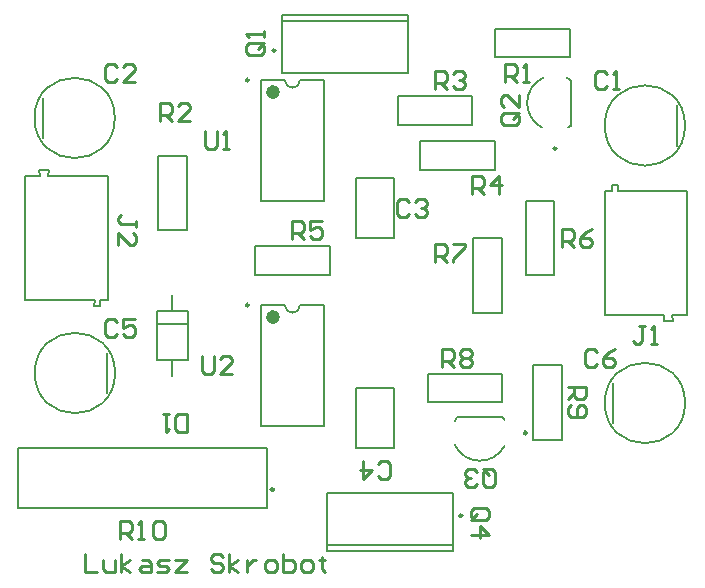
<source format=gbr>
G04*
G04 #@! TF.GenerationSoftware,Altium Limited,Altium Designer,22.11.1 (43)*
G04*
G04 Layer_Color=65535*
%FSLAX25Y25*%
%MOIN*%
G70*
G04*
G04 #@! TF.SameCoordinates,84F98C38-DC33-4437-A3FD-EC943A21A0DE*
G04*
G04*
G04 #@! TF.FilePolarity,Positive*
G04*
G01*
G75*
%ADD10C,0.00787*%
%ADD11C,0.00984*%
%ADD12C,0.00591*%
%ADD13C,0.02362*%
%ADD14C,0.01000*%
D10*
X165677Y54329D02*
G03*
X165114Y55256I-8177J-4329D01*
G01*
X149886D02*
G03*
X149116Y53913I7614J-5256D01*
G01*
X149117Y46086D02*
G03*
X165676Y45669I8383J3914D01*
G01*
X186829Y151823D02*
G03*
X187756Y152386I-4329J8177D01*
G01*
Y167614D02*
G03*
X186413Y168384I-5256J-7614D01*
G01*
X178586Y168383D02*
G03*
X178169Y151824I3914J-8383D01*
G01*
X92500Y167579D02*
G03*
X97500Y167579I2500J0D01*
G01*
X92500Y92579D02*
G03*
X97500Y92579I2500J0D01*
G01*
X149886Y55256D02*
X165114D01*
X187756Y152386D02*
Y167614D01*
X148563Y10650D02*
Y29941D01*
X106437Y10650D02*
Y29941D01*
X148563D01*
X106437Y10650D02*
X148563D01*
X106437Y12618D02*
X148563D01*
X116240Y115000D02*
X128760D01*
X116240D02*
Y135000D01*
X128760Y115000D02*
Y135000D01*
X116240D02*
X128760D01*
X175276Y47815D02*
X184724D01*
X175276D02*
Y72618D01*
X184724Y47815D02*
Y72618D01*
X175276D02*
X184724D01*
X201791Y53307D02*
Y66693D01*
X33209Y63307D02*
Y76693D01*
X11713Y148307D02*
Y161693D01*
X223209Y145807D02*
Y159193D01*
X86476Y25000D02*
Y45000D01*
X3524D02*
X86476D01*
X3524Y25000D02*
Y45000D01*
Y25000D02*
X86476D01*
X116240Y45000D02*
X128760D01*
X116240D02*
Y65000D01*
X128760Y45000D02*
Y65000D01*
X116240D02*
X128760D01*
X84567Y127421D02*
Y167579D01*
X105433Y127421D02*
Y167579D01*
X84567D02*
X92500D01*
X97500D02*
X105433D01*
X84567Y127421D02*
X105433D01*
X84567Y52421D02*
Y92579D01*
X105433Y52421D02*
Y92579D01*
X84567D02*
X92500D01*
X97500D02*
X105433D01*
X84567Y52421D02*
X105433D01*
X91437Y187382D02*
X133563D01*
X91437Y189350D02*
X133563D01*
X91437Y170059D02*
X133563D01*
Y189350D01*
X91437Y170059D02*
Y189350D01*
X187402Y175276D02*
Y184724D01*
X162598Y175276D02*
X187402D01*
X162598Y184724D02*
X187402D01*
X162598Y175276D02*
Y184724D01*
X50276Y142402D02*
X59724D01*
Y117598D02*
Y142402D01*
X50276Y117598D02*
Y142402D01*
Y117598D02*
X59724D01*
X154902Y152776D02*
Y162224D01*
X130098Y152776D02*
X154902D01*
X130098Y162224D02*
X154902D01*
X130098Y152776D02*
Y162224D01*
X55000Y68917D02*
Y74429D01*
Y90571D02*
Y96083D01*
X50276Y86437D02*
X59724D01*
X49882Y90571D02*
X60118D01*
X49882Y74429D02*
Y90571D01*
Y74429D02*
X60118D01*
Y90571D01*
X199114Y89331D02*
Y130669D01*
X221555Y89331D02*
X226673D01*
Y130669D01*
X218720Y87362D02*
X221863D01*
X221555Y89331D02*
X221863Y87362D01*
X199114Y89331D02*
X218996D01*
X218720Y87362D02*
X218994Y89336D01*
X203445Y130669D02*
X226673D01*
X199114D02*
X201673D01*
X201476Y132638D02*
X203642D01*
X201480Y132638D02*
X201673Y130669D01*
X203445D02*
X203638Y132638D01*
X33386Y94331D02*
Y135669D01*
X5827D02*
X10945D01*
X5827Y94331D02*
Y135669D01*
X10637Y137638D02*
X13780D01*
X10637D02*
X10945Y135669D01*
X13504D02*
X33386D01*
X13506Y135664D02*
X13780Y137638D01*
X5827Y94331D02*
X29055D01*
X30827D02*
X33386D01*
X28858Y92362D02*
X31024D01*
X30827Y94331D02*
X31020Y92362D01*
X28862D02*
X29055Y94331D01*
X162402Y137776D02*
Y147224D01*
X137598Y137776D02*
X162402D01*
X137598Y147224D02*
X162402D01*
X137598Y137776D02*
Y147224D01*
X107402Y102776D02*
Y112224D01*
X82598Y102776D02*
X107402D01*
X82598Y112224D02*
X107402D01*
X82598Y102776D02*
Y112224D01*
X172776Y127402D02*
X182224D01*
Y102598D02*
Y127402D01*
X172776Y102598D02*
Y127402D01*
Y102598D02*
X182224D01*
X155276Y114902D02*
X164724D01*
Y90098D02*
Y114902D01*
X155276Y90098D02*
Y114902D01*
Y90098D02*
X164724D01*
X164902Y60276D02*
Y69724D01*
X140098Y60276D02*
X164902D01*
X140098Y69724D02*
X164902D01*
X140098Y60276D02*
Y69724D01*
D11*
X173150Y50000D02*
G03*
X173150Y50000I-492J0D01*
G01*
X182992Y144843D02*
G03*
X182992Y144843I-492J0D01*
G01*
X151614Y22500D02*
G03*
X151614Y22500I-492J0D01*
G01*
X88799Y31161D02*
G03*
X88799Y31161I-492J0D01*
G01*
X80492Y167618D02*
G03*
X80492Y167618I-492J0D01*
G01*
Y92618D02*
G03*
X80492Y92618I-492J0D01*
G01*
X89370Y177500D02*
G03*
X89370Y177500I-492J0D01*
G01*
D12*
X225886Y60000D02*
G03*
X225886Y60000I-13386J0D01*
G01*
X35886Y70000D02*
G03*
X35886Y70000I-13386J0D01*
G01*
X35807Y155000D02*
G03*
X35807Y155000I-13386J0D01*
G01*
X225886Y152500D02*
G03*
X225886Y152500I-13386J0D01*
G01*
D13*
X89685Y163642D02*
G03*
X89685Y163642I-1181J0D01*
G01*
Y88642D02*
G03*
X89685Y88642I-1181J0D01*
G01*
D14*
X26000Y9498D02*
Y3500D01*
X29999D01*
X31998Y7499D02*
Y4500D01*
X32998Y3500D01*
X35997D01*
Y7499D01*
X37996Y3500D02*
Y9498D01*
Y5499D02*
X40995Y7499D01*
X37996Y5499D02*
X40995Y3500D01*
X44994Y7499D02*
X46993D01*
X47993Y6499D01*
Y3500D01*
X44994D01*
X43994Y4500D01*
X44994Y5499D01*
X47993D01*
X49992Y3500D02*
X52991D01*
X53991Y4500D01*
X52991Y5499D01*
X50992D01*
X49992Y6499D01*
X50992Y7499D01*
X53991D01*
X55990D02*
X59989D01*
X55990Y3500D01*
X59989D01*
X71985Y8498D02*
X70986Y9498D01*
X68986D01*
X67986Y8498D01*
Y7499D01*
X68986Y6499D01*
X70986D01*
X71985Y5499D01*
Y4500D01*
X70986Y3500D01*
X68986D01*
X67986Y4500D01*
X73984Y3500D02*
Y9498D01*
Y5499D02*
X76983Y7499D01*
X73984Y5499D02*
X76983Y3500D01*
X79983Y7499D02*
Y3500D01*
Y5499D01*
X80982Y6499D01*
X81982Y7499D01*
X82982D01*
X86980Y3500D02*
X88980D01*
X89979Y4500D01*
Y6499D01*
X88980Y7499D01*
X86980D01*
X85981Y6499D01*
Y4500D01*
X86980Y3500D01*
X91979Y9498D02*
Y3500D01*
X94978D01*
X95977Y4500D01*
Y5499D01*
Y6499D01*
X94978Y7499D01*
X91979D01*
X98976Y3500D02*
X100976D01*
X101975Y4500D01*
Y6499D01*
X100976Y7499D01*
X98976D01*
X97977Y6499D01*
Y4500D01*
X98976Y3500D01*
X104974Y8498D02*
Y7499D01*
X103975D01*
X105974D01*
X104974D01*
Y4500D01*
X105974Y3500D01*
X37502Y14501D02*
Y20499D01*
X40501D01*
X41501Y19499D01*
Y17500D01*
X40501Y16500D01*
X37502D01*
X39502D02*
X41501Y14501D01*
X43501D02*
X45500D01*
X44500D01*
Y20499D01*
X43501Y19499D01*
X48499D02*
X49499Y20499D01*
X51498D01*
X52498Y19499D01*
Y15501D01*
X51498Y14501D01*
X49499D01*
X48499Y15501D01*
Y19499D01*
X65002Y75499D02*
Y70501D01*
X66001Y69501D01*
X68001D01*
X69000Y70501D01*
Y75499D01*
X74998Y69501D02*
X71000D01*
X74998Y73500D01*
Y74499D01*
X73999Y75499D01*
X71999D01*
X71000Y74499D01*
X66001Y150499D02*
Y145501D01*
X67001Y144501D01*
X69000D01*
X70000Y145501D01*
Y150499D01*
X71999Y144501D02*
X73999D01*
X72999D01*
Y150499D01*
X71999Y149499D01*
X187001Y65215D02*
X192999D01*
Y62216D01*
X191999Y61216D01*
X190000D01*
X189000Y62216D01*
Y65215D01*
Y63216D02*
X187001Y61216D01*
X188001Y59217D02*
X187001Y58217D01*
Y56218D01*
X188001Y55218D01*
X191999D01*
X192999Y56218D01*
Y58217D01*
X191999Y59217D01*
X191000D01*
X190000Y58217D01*
Y55218D01*
X145002Y72001D02*
Y77999D01*
X148001D01*
X149000Y76999D01*
Y75000D01*
X148001Y74000D01*
X145002D01*
X147001D02*
X149000Y72001D01*
X151000Y76999D02*
X151999Y77999D01*
X153999D01*
X154998Y76999D01*
Y76000D01*
X153999Y75000D01*
X154998Y74000D01*
Y73001D01*
X153999Y72001D01*
X151999D01*
X151000Y73001D01*
Y74000D01*
X151999Y75000D01*
X151000Y76000D01*
Y76999D01*
X151999Y75000D02*
X153999D01*
X142502Y107001D02*
Y112999D01*
X145501D01*
X146500Y111999D01*
Y110000D01*
X145501Y109000D01*
X142502D01*
X144501D02*
X146500Y107001D01*
X148500Y112999D02*
X152498D01*
Y111999D01*
X148500Y108001D01*
Y107001D01*
X185002Y112001D02*
Y117999D01*
X188001D01*
X189000Y116999D01*
Y115000D01*
X188001Y114000D01*
X185002D01*
X187001D02*
X189000Y112001D01*
X194998Y117999D02*
X192999Y116999D01*
X191000Y115000D01*
Y113001D01*
X191999Y112001D01*
X193999D01*
X194998Y113001D01*
Y114000D01*
X193999Y115000D01*
X191000D01*
X95002Y114501D02*
Y120499D01*
X98001D01*
X99000Y119499D01*
Y117500D01*
X98001Y116500D01*
X95002D01*
X97001D02*
X99000Y114501D01*
X104998Y120499D02*
X101000D01*
Y117500D01*
X102999Y118500D01*
X103999D01*
X104998Y117500D01*
Y115501D01*
X103999Y114501D01*
X101999D01*
X101000Y115501D01*
X155002Y129501D02*
Y135499D01*
X158001D01*
X159000Y134499D01*
Y132500D01*
X158001Y131500D01*
X155002D01*
X157001D02*
X159000Y129501D01*
X163999D02*
Y135499D01*
X161000Y132500D01*
X164998D01*
X142502Y164501D02*
Y170499D01*
X145501D01*
X146500Y169499D01*
Y167500D01*
X145501Y166500D01*
X142502D01*
X144501D02*
X146500Y164501D01*
X148500Y169499D02*
X149499Y170499D01*
X151499D01*
X152498Y169499D01*
Y168500D01*
X151499Y167500D01*
X150499D01*
X151499D01*
X152498Y166500D01*
Y165501D01*
X151499Y164501D01*
X149499D01*
X148500Y165501D01*
X50750Y153850D02*
Y159848D01*
X53749D01*
X54749Y158848D01*
Y156849D01*
X53749Y155849D01*
X50750D01*
X52749D02*
X54749Y153850D01*
X60747D02*
X56748D01*
X60747Y157849D01*
Y158848D01*
X59747Y159848D01*
X57748D01*
X56748Y158848D01*
X166001Y167001D02*
Y172999D01*
X169000D01*
X170000Y171999D01*
Y170000D01*
X169000Y169000D01*
X166001D01*
X168001D02*
X170000Y167001D01*
X171999D02*
X173999D01*
X172999D01*
Y172999D01*
X171999Y171999D01*
X155501Y21000D02*
X159499D01*
X160499Y21999D01*
Y23999D01*
X159499Y24998D01*
X155501D01*
X154501Y23999D01*
Y21999D01*
X156500Y22999D02*
X154501Y21000D01*
Y21999D02*
X155501Y21000D01*
X154501Y16001D02*
X160499D01*
X157500Y19000D01*
Y15002D01*
X158500Y36999D02*
Y33001D01*
X159499Y32001D01*
X161499D01*
X162498Y33001D01*
Y36999D01*
X161499Y37999D01*
X159499D01*
X160499Y36000D02*
X158500Y37999D01*
X159499D02*
X158500Y36999D01*
X156500Y33001D02*
X155501Y32001D01*
X153501D01*
X152502Y33001D01*
Y34000D01*
X153501Y35000D01*
X154501D01*
X153501D01*
X152502Y36000D01*
Y36999D01*
X153501Y37999D01*
X155501D01*
X156500Y36999D01*
X169499Y156500D02*
X165501D01*
X164501Y155501D01*
Y153501D01*
X165501Y152502D01*
X169499D01*
X170499Y153501D01*
Y155501D01*
X168500Y154501D02*
X170499Y156500D01*
Y155501D02*
X169499Y156500D01*
X170499Y162498D02*
Y158500D01*
X166500Y162498D01*
X165501D01*
X164501Y161499D01*
Y159499D01*
X165501Y158500D01*
X84499Y180000D02*
X80501D01*
X79501Y179000D01*
Y177001D01*
X80501Y176001D01*
X84499D01*
X85499Y177001D01*
Y179000D01*
X83500Y178001D02*
X85499Y180000D01*
Y179000D02*
X84499Y180000D01*
X85499Y181999D02*
Y183999D01*
Y182999D01*
X79501D01*
X80501Y181999D01*
X42999Y118500D02*
Y120499D01*
Y119499D01*
X38001D01*
X37001Y120499D01*
Y121499D01*
X38001Y122498D01*
X37001Y112502D02*
Y116500D01*
X41000Y112502D01*
X41999D01*
X42999Y113501D01*
Y115501D01*
X41999Y116500D01*
X212500Y85499D02*
X210501D01*
X211500D01*
Y80501D01*
X210501Y79501D01*
X209501D01*
X208501Y80501D01*
X214499Y79501D02*
X216499D01*
X215499D01*
Y85499D01*
X214499Y84499D01*
X59950Y50352D02*
Y56350D01*
X56951D01*
X55951Y55350D01*
Y51352D01*
X56951Y50352D01*
X59950D01*
X53952Y56350D02*
X51953D01*
X52952D01*
Y50352D01*
X53952Y51352D01*
X196500Y76999D02*
X195501Y77999D01*
X193501D01*
X192502Y76999D01*
Y73001D01*
X193501Y72001D01*
X195501D01*
X196500Y73001D01*
X202498Y77999D02*
X200499Y76999D01*
X198500Y75000D01*
Y73001D01*
X199499Y72001D01*
X201499D01*
X202498Y73001D01*
Y74000D01*
X201499Y75000D01*
X198500D01*
X36500Y86999D02*
X35501Y87999D01*
X33501D01*
X32502Y86999D01*
Y83001D01*
X33501Y82001D01*
X35501D01*
X36500Y83001D01*
X42498Y87999D02*
X38500D01*
Y85000D01*
X40499Y86000D01*
X41499D01*
X42498Y85000D01*
Y83001D01*
X41499Y82001D01*
X39499D01*
X38500Y83001D01*
X123500Y35501D02*
X124499Y34501D01*
X126499D01*
X127498Y35501D01*
Y39499D01*
X126499Y40499D01*
X124499D01*
X123500Y39499D01*
X118501Y40499D02*
Y34501D01*
X121500Y37500D01*
X117502D01*
X134000Y126999D02*
X133001Y127999D01*
X131001D01*
X130002Y126999D01*
Y123001D01*
X131001Y122001D01*
X133001D01*
X134000Y123001D01*
X136000Y126999D02*
X136999Y127999D01*
X138999D01*
X139998Y126999D01*
Y126000D01*
X138999Y125000D01*
X137999D01*
X138999D01*
X139998Y124000D01*
Y123001D01*
X138999Y122001D01*
X136999D01*
X136000Y123001D01*
X36500Y171999D02*
X35501Y172999D01*
X33501D01*
X32502Y171999D01*
Y168001D01*
X33501Y167001D01*
X35501D01*
X36500Y168001D01*
X42498Y167001D02*
X38500D01*
X42498Y171000D01*
Y171999D01*
X41499Y172999D01*
X39499D01*
X38500Y171999D01*
X200000Y169499D02*
X199000Y170499D01*
X197001D01*
X196001Y169499D01*
Y165501D01*
X197001Y164501D01*
X199000D01*
X200000Y165501D01*
X201999Y164501D02*
X203999D01*
X202999D01*
Y170499D01*
X201999Y169499D01*
M02*

</source>
